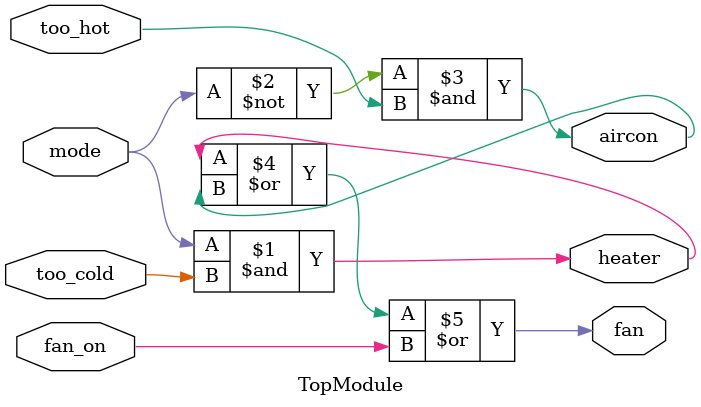
<source format=sv>

module TopModule (
  input mode,
  input too_cold,
  input too_hot,
  input fan_on,
  output heater,
  output aircon,
  output fan
);
assign heater = mode & too_cold;
assign aircon = ~mode & too_hot;
assign fan = heater | aircon | fan_on;
endmodule

</source>
